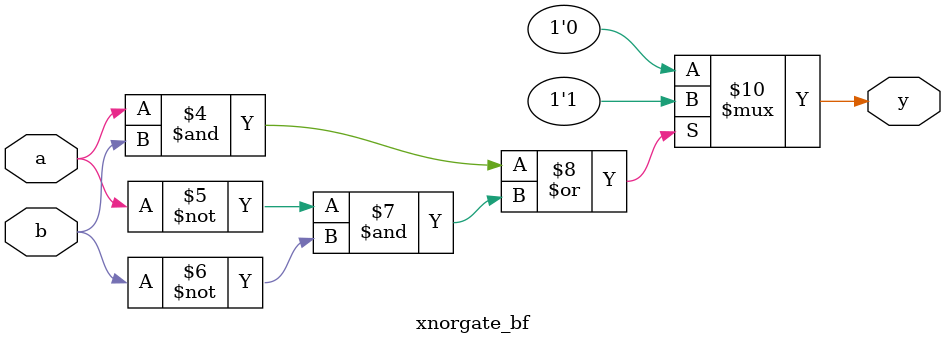
<source format=v>
`timescale 1ns / 1ps


module xnorgate_bf(y,a,b);
output y; 
input a,b; 
reg y; 
always@(a,b) 
begin 
if((a==1'b1 & b==1'b1)|(a==1'b0 & b==1'b0)) 
y=1; 
else 
y=0; 
end 
endmodule 

</source>
